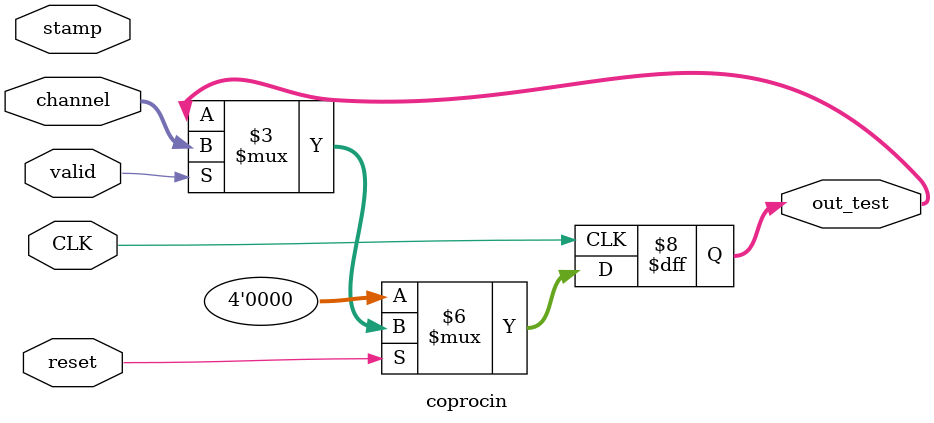
<source format=v>
`timescale 1ns / 1ps


module coprocin(
    input CLK,
    input [27:0] stamp,
    input [3:0] channel,
    input reset,
    input valid,
    output reg [3:0]out_test
    );
    
    always @(posedge CLK)
    begin
        if(reset ==1'b0) out_test<=4'b0;
        else if (valid) out_test <= channel[3:0];
    end  
endmodule

</source>
